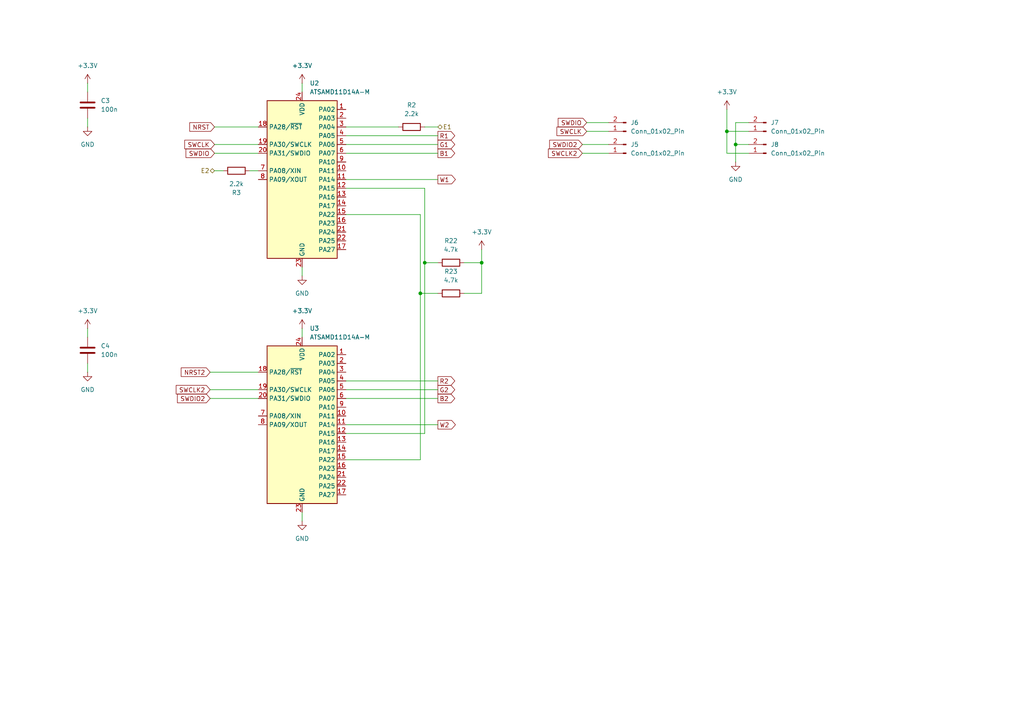
<source format=kicad_sch>
(kicad_sch (version 20231120) (generator "eeschema") (generator_version "8.0")
  (paper "A4")
  (lib_symbols
    (symbol "Connector:Conn_01x02_Pin" (pin_names (offset 1.016) hide)
      (property "Reference" "J" (at 0 2.54 0))
      (property "Value" "Conn_01x02_Pin" (at 0 -5.08 0))
      (symbol "Conn_01x02_Pin_1_1"
        (polyline (pts (xy 1.27 -2.54) (xy 0.8636 -2.54)) (stroke (width 0.1524)))
        (polyline (pts (xy 1.27 0) (xy 0.8636 0)) (stroke (width 0.1524)))
        (rectangle (start 0.8636 -2.413) (end 0 -2.667) (stroke (width 0.1524)) (fill (type outline)))
        (rectangle (start 0.8636 0.127) (end 0 -0.127) (stroke (width 0.1524)) (fill (type outline)))
        (pin passive line (at 5.08 0 180) (length 3.81) (name "Pin_1") (number "1"))
        (pin passive line (at 5.08 -2.54 180) (length 3.81) (name "Pin_2") (number "2"))
      )
    )
    (symbol "Device:C" (pin_numbers hide) (pin_names (offset 0.254))
      (property "Reference" "C" (at 0.635 2.54 0))
      (property "Value" "C" (at 0.635 -2.54 0))
      (symbol "C_0_1"
        (polyline (pts (xy -2.032 -0.762) (xy 2.032 -0.762)) (stroke (width 0.508)))
        (polyline (pts (xy -2.032 0.762) (xy 2.032 0.762)) (stroke (width 0.508)))
      )
      (symbol "C_1_1"
        (pin passive line (at 0 3.81 270) (length 2.794) (name "~") (number "1"))
        (pin passive line (at 0 -3.81 90) (length 2.794) (name "~") (number "2"))
      )
    )
    (symbol "Device:R" (pin_numbers hide) (pin_names (offset 0))
      (property "Reference" "R" (at 2.032 0 90))
      (property "Value" "R" (at 0 0 90))
      (symbol "R_0_1"
        (rectangle (start -1.016 -2.54) (end 1.016 2.54) (stroke (width 0.254)))
      )
      (symbol "R_1_1"
        (pin passive line (at 0 3.81 270) (length 1.27) (name "~") (number "1"))
        (pin passive line (at 0 -3.81 90) (length 1.27) (name "~") (number "2"))
      )
    )
    (symbol "MCU_Microchip_SAMD:ATSAMD11D14A-M"
      (property "Reference" "U" (at -10.16 24.13 0))
      (property "Value" "ATSAMD11D14A-M" (at 1.27 24.13 0))
      (symbol "ATSAMD11D14A-M_0_1"
        (rectangle (start -10.16 22.86) (end 10.16 -22.86) (stroke (width 0.254)) (fill (type background)))
      )
      (symbol "ATSAMD11D14A-M_1_1"
        (pin bidirectional line (at 12.7 20.32 180) (length 2.54) (name "PA02") (number "1"))
        (pin bidirectional line (at 12.7 2.54 180) (length 2.54) (name "PA11") (number "10"))
        (pin bidirectional line (at 12.7 0 180) (length 2.54) (name "PA14") (number "11"))
        (pin bidirectional line (at 12.7 -2.54 180) (length 2.54) (name "PA15") (number "12"))
        (pin bidirectional line (at 12.7 -5.08 180) (length 2.54) (name "PA16") (number "13"))
        (pin bidirectional line (at 12.7 -7.62 180) (length 2.54) (name "PA17") (number "14"))
        (pin bidirectional line (at 12.7 -10.16 180) (length 2.54) (name "PA22") (number "15"))
        (pin bidirectional line (at 12.7 -12.7 180) (length 2.54) (name "PA23") (number "16"))
        (pin bidirectional line (at 12.7 -20.32 180) (length 2.54) (name "PA27") (number "17"))
        (pin bidirectional line (at -12.7 15.24 0) (length 2.54) (name "PA28/~{RST}") (number "18"))
        (pin bidirectional line (at -12.7 10.16 0) (length 2.54) (name "PA30/SWCLK") (number "19"))
        (pin bidirectional line (at 12.7 17.78 180) (length 2.54) (name "PA03") (number "2"))
        (pin bidirectional line (at -12.7 7.62 0) (length 2.54) (name "PA31/SWDIO") (number "20"))
        (pin bidirectional line (at 12.7 -15.24 180) (length 2.54) (name "PA24") (number "21"))
        (pin bidirectional line (at 12.7 -17.78 180) (length 2.54) (name "PA25") (number "22"))
        (pin power_in line (at 0 -25.4 90) (length 2.54) (name "GND") (number "23"))
        (pin power_in line (at 0 25.4 270) (length 2.54) (name "VDD") (number "24"))
        (pin bidirectional line (at 12.7 15.24 180) (length 2.54) (name "PA04") (number "3"))
        (pin bidirectional line (at 12.7 12.7 180) (length 2.54) (name "PA05") (number "4"))
        (pin bidirectional line (at 12.7 10.16 180) (length 2.54) (name "PA06") (number "5"))
        (pin bidirectional line (at 12.7 7.62 180) (length 2.54) (name "PA07") (number "6"))
        (pin bidirectional line (at -12.7 2.54 0) (length 2.54) (name "PA08/XIN") (number "7"))
        (pin bidirectional line (at -12.7 0 0) (length 2.54) (name "PA09/XOUT") (number "8"))
        (pin bidirectional line (at 12.7 5.08 180) (length 2.54) (name "PA10") (number "9"))
      )
    )
    (symbol "power:+3.3V" (power) (pin_numbers hide) (pin_names (offset 0) hide)
      (property "Value" "+3.3V" (at 0 3.556 0))
      (symbol "+3.3V_0_1"
        (polyline (pts (xy -0.762 1.27) (xy 0 2.54)))
        (polyline (pts (xy 0 0) (xy 0 2.54)))
        (polyline (pts (xy 0 2.54) (xy 0.762 1.27)))
      )
      (symbol "+3.3V_1_1"
        (pin power_in line (at 0 0 90) (length 0) (name "~") (number "1"))
      )
    )
    (symbol "power:GND" (power) (pin_numbers hide) (pin_names (offset 0) hide)
      (property "Value" "GND" (at 0 -3.81 0))
      (symbol "GND_0_1"
        (polyline (pts (xy 0 0) (xy 0 -1.27) (xy 1.27 -1.27) (xy 0 -2.54) (xy -1.27 -1.27) (xy 0 -1.27)))
      )
      (symbol "GND_1_1"
        (pin power_in line (at 0 0 270) (length 0) (name "~") (number "1"))
      )
    )
  )
  (junction (at 139.7 76.2))
  (junction (at 121.92 85.09))
  (junction (at 210.82 38.1))
  (junction (at 123.19 76.2))
  (junction (at 213.36 41.91))
  (wire (pts (xy 100.33 62.23) (xy 121.92 62.23)))
  (wire (pts (xy 210.82 38.1) (xy 210.82 44.45)))
  (wire (pts (xy 62.23 44.45) (xy 74.93 44.45)))
  (wire (pts (xy 217.17 35.56) (xy 213.36 35.56)))
  (wire (pts (xy 87.63 148.59) (xy 87.63 151.13)))
  (wire (pts (xy 60.96 107.95) (xy 74.93 107.95)))
  (wire (pts (xy 25.4 24.13) (xy 25.4 26.67)))
  (wire (pts (xy 139.7 76.2) (xy 139.7 72.39)))
  (wire (pts (xy 134.62 76.2) (xy 139.7 76.2)))
  (wire (pts (xy 134.62 85.09) (xy 139.7 85.09)))
  (wire (pts (xy 210.82 38.1) (xy 217.17 38.1)))
  (wire (pts (xy 62.23 36.83) (xy 74.93 36.83)))
  (wire (pts (xy 213.36 41.91) (xy 217.17 41.91)))
  (wire (pts (xy 121.92 133.35) (xy 100.33 133.35)))
  (wire (pts (xy 100.33 41.91) (xy 127 41.91)))
  (wire (pts (xy 72.39 49.53) (xy 74.93 49.53)))
  (wire (pts (xy 87.63 97.79) (xy 87.63 95.25)))
  (wire (pts (xy 123.19 54.61) (xy 123.19 76.2)))
  (wire (pts (xy 121.92 62.23) (xy 121.92 85.09)))
  (wire (pts (xy 210.82 44.45) (xy 217.17 44.45)))
  (wire (pts (xy 123.19 36.83) (xy 127 36.83)))
  (wire (pts (xy 100.33 44.45) (xy 127 44.45)))
  (wire (pts (xy 100.33 36.83) (xy 115.57 36.83)))
  (wire (pts (xy 87.63 77.47) (xy 87.63 80.01)))
  (wire (pts (xy 168.91 41.91) (xy 176.53 41.91)))
  (wire (pts (xy 170.18 35.56) (xy 176.53 35.56)))
  (wire (pts (xy 64.77 49.53) (xy 62.23 49.53)))
  (wire (pts (xy 121.92 85.09) (xy 121.92 133.35)))
  (wire (pts (xy 100.33 115.57) (xy 127 115.57)))
  (wire (pts (xy 100.33 110.49) (xy 127 110.49)))
  (wire (pts (xy 123.19 125.73) (xy 100.33 125.73)))
  (wire (pts (xy 121.92 85.09) (xy 127 85.09)))
  (wire (pts (xy 25.4 34.29) (xy 25.4 36.83)))
  (wire (pts (xy 210.82 31.75) (xy 210.82 38.1)))
  (wire (pts (xy 62.23 41.91) (xy 74.93 41.91)))
  (wire (pts (xy 100.33 54.61) (xy 123.19 54.61)))
  (wire (pts (xy 100.33 123.19) (xy 127 123.19)))
  (wire (pts (xy 139.7 85.09) (xy 139.7 76.2)))
  (wire (pts (xy 213.36 35.56) (xy 213.36 41.91)))
  (wire (pts (xy 60.96 113.03) (xy 74.93 113.03)))
  (wire (pts (xy 213.36 41.91) (xy 213.36 46.99)))
  (wire (pts (xy 168.91 44.45) (xy 176.53 44.45)))
  (wire (pts (xy 60.96 115.57) (xy 74.93 115.57)))
  (wire (pts (xy 123.19 76.2) (xy 127 76.2)))
  (wire (pts (xy 87.63 26.67) (xy 87.63 24.13)))
  (wire (pts (xy 100.33 39.37) (xy 127 39.37)))
  (wire (pts (xy 100.33 52.07) (xy 127 52.07)))
  (wire (pts (xy 123.19 76.2) (xy 123.19 125.73)))
  (wire (pts (xy 170.18 38.1) (xy 176.53 38.1)))
  (wire (pts (xy 25.4 105.41) (xy 25.4 107.95)))
  (wire (pts (xy 100.33 113.03) (xy 127 113.03)))
  (wire (pts (xy 25.4 95.25) (xy 25.4 97.79)))
  (global_label "SWCLK2" (shape input) (at 60.96 113.03 180) (property "Intersheetrefs" "${INTERSHEET_REFS}" (effects (hide yes))))
  (global_label "R1" (shape output) (at 127 39.37 0) (property "Intersheetrefs" "${INTERSHEET_REFS}" (effects (hide yes))))
  (global_label "B2" (shape output) (at 127 115.57 0) (property "Intersheetrefs" "${INTERSHEET_REFS}" (effects (hide yes))))
  (global_label "NRST2" (shape input) (at 60.96 107.95 180) (property "Intersheetrefs" "${INTERSHEET_REFS}" (effects (hide yes))))
  (global_label "NRST" (shape input) (at 62.23 36.83 180) (property "Intersheetrefs" "${INTERSHEET_REFS}" (effects (hide yes))))
  (global_label "B1" (shape output) (at 127 44.45 0) (property "Intersheetrefs" "${INTERSHEET_REFS}" (effects (hide yes))))
  (global_label "W1" (shape output) (at 127 52.07 0) (property "Intersheetrefs" "${INTERSHEET_REFS}" (effects (hide yes))))
  (global_label "R2" (shape output) (at 127 110.49 0) (property "Intersheetrefs" "${INTERSHEET_REFS}" (effects (hide yes))))
  (global_label "SWCLK" (shape input) (at 170.18 38.1 180) (property "Intersheetrefs" "${INTERSHEET_REFS}" (effects (hide yes))))
  (global_label "W2" (shape output) (at 127 123.19 0) (property "Intersheetrefs" "${INTERSHEET_REFS}" (effects (hide yes))))
  (global_label "SWDIO" (shape input) (at 62.23 44.45 180) (property "Intersheetrefs" "${INTERSHEET_REFS}" (effects (hide yes))))
  (global_label "SWDIO2" (shape input) (at 60.96 115.57 180) (property "Intersheetrefs" "${INTERSHEET_REFS}" (effects (hide yes))))
  (global_label "SWCLK" (shape input) (at 62.23 41.91 180) (property "Intersheetrefs" "${INTERSHEET_REFS}" (effects (hide yes))))
  (global_label "SWDIO2" (shape input) (at 168.91 41.91 180) (property "Intersheetrefs" "${INTERSHEET_REFS}" (effects (hide yes))))
  (global_label "SWDIO" (shape input) (at 170.18 35.56 180) (property "Intersheetrefs" "${INTERSHEET_REFS}" (effects (hide yes))))
  (global_label "G2" (shape output) (at 127 113.03 0) (property "Intersheetrefs" "${INTERSHEET_REFS}" (effects (hide yes))))
  (global_label "SWCLK2" (shape input) (at 168.91 44.45 180) (property "Intersheetrefs" "${INTERSHEET_REFS}" (effects (hide yes))))
  (global_label "G1" (shape output) (at 127 41.91 0) (property "Intersheetrefs" "${INTERSHEET_REFS}" (effects (hide yes))))
  (hierarchical_label "E2" (shape bidirectional) (at 62.23 49.53 180))
  (hierarchical_label "E1" (shape bidirectional) (at 127 36.83 0))
  (symbol (lib_id "power:+3.3V") (at 87.63 24.13 0) (unit 1)
    (property "Reference" "#PWR09" (effects (hide yes)))
    (property "Value" "+3.3V" (at 87.63 19.05 0))
    (property "Description" "Power symbol creates a global label with name \"+3.3V\"" (effects (hide yes)))
  )
  (symbol (lib_id "Device:C") (at 25.4 30.48 0) (unit 1)
    (property "Reference" "C3" (at 29.21 29.2099 0) (effects (justify left)))
    (property "Value" "100n" (at 29.21 31.7499 0) (effects (justify left)))
    (property "Footprint" "Capacitor_SMD:C_0805_2012Metric" (effects (hide yes)))
    (property "Description" "Unpolarized capacitor" (effects (hide yes)))
  )
  (symbol (lib_id "power:+3.3V") (at 87.63 95.25 0) (unit 1)
    (property "Reference" "#PWR017" (effects (hide yes)))
    (property "Value" "+3.3V" (at 87.63 90.17 0))
    (property "Description" "Power symbol creates a global label with name \"+3.3V\"" (effects (hide yes)))
  )
  (symbol (lib_id "Device:R") (at 130.81 76.2 90) (unit 1)
    (property "Reference" "R22" (at 130.81 69.85 90))
    (property "Value" "4.7k" (at 130.81 72.39 90))
    (property "Footprint" "Resistor_SMD:R_0805_2012Metric" (effects (hide yes)))
    (property "Description" "Resistor" (effects (hide yes)))
  )
  (symbol (lib_id "Device:C") (at 25.4 101.6 0) (unit 1)
    (property "Reference" "C4" (at 29.21 100.3299 0) (effects (justify left)))
    (property "Value" "100n" (at 29.21 102.8699 0) (effects (justify left)))
    (property "Footprint" "Capacitor_SMD:C_0805_2012Metric" (effects (hide yes)))
    (property "Description" "Unpolarized capacitor" (effects (hide yes)))
  )
  (symbol (lib_id "power:GND") (at 25.4 107.95 0) (unit 1)
    (property "Reference" "#PWR018" (effects (hide yes)))
    (property "Value" "GND" (at 25.4 113.03 0))
    (property "Description" "Power symbol creates a global label with name \"GND\" , ground" (effects (hide yes)))
  )
  (symbol (lib_id "Connector:Conn_01x02_Pin") (at 222.25 44.45 180) (unit 1)
    (property "Reference" "J8" (at 223.52 41.9099 0) (effects (justify right)))
    (property "Value" "Conn_01x02_Pin" (at 223.52 44.4499 0) (effects (justify right)))
    (property "Footprint" "Connector_PinHeader_2.54mm:PinHeader_1x02_P2.54mm_Vertical" (effects (hide yes)))
    (property "Description" "Generic connector, single row, 01x02, script generated" (effects (hide yes)))
  )
  (symbol (lib_id "Connector:Conn_01x02_Pin") (at 222.25 38.1 180) (unit 1)
    (property "Reference" "J7" (at 223.52 35.5599 0) (effects (justify right)))
    (property "Value" "Conn_01x02_Pin" (at 223.52 38.0999 0) (effects (justify right)))
    (property "Footprint" "Connector_PinHeader_2.54mm:PinHeader_1x02_P2.54mm_Vertical" (effects (hide yes)))
    (property "Description" "Generic connector, single row, 01x02, script generated" (effects (hide yes)))
  )
  (symbol (lib_id "power:+3.3V") (at 210.82 31.75 0) (unit 1)
    (property "Reference" "#PWR010" (effects (hide yes)))
    (property "Value" "+3.3V" (at 210.82 26.67 0))
    (property "Description" "Power symbol creates a global label with name \"+3.3V\"" (effects (hide yes)))
  )
  (symbol (lib_id "Device:R") (at 119.38 36.83 90) (unit 1)
    (property "Reference" "R2" (at 119.38 30.48 90))
    (property "Value" "2.2k" (at 119.38 33.02 90))
    (property "Footprint" "Resistor_SMD:R_0805_2012Metric" (effects (hide yes)))
    (property "Description" "Resistor" (effects (hide yes)))
  )
  (symbol (lib_id "power:GND") (at 87.63 151.13 0) (unit 1)
    (property "Reference" "#PWR019" (effects (hide yes)))
    (property "Value" "GND" (at 87.63 156.21 0))
    (property "Description" "Power symbol creates a global label with name \"GND\" , ground" (effects (hide yes)))
  )
  (symbol (lib_id "power:GND") (at 25.4 36.83 0) (unit 1)
    (property "Reference" "#PWR011" (effects (hide yes)))
    (property "Value" "GND" (at 25.4 41.91 0))
    (property "Description" "Power symbol creates a global label with name \"GND\" , ground" (effects (hide yes)))
  )
  (symbol (lib_id "power:+3.3V") (at 25.4 24.13 0) (unit 1)
    (property "Reference" "#PWR08" (effects (hide yes)))
    (property "Value" "+3.3V" (at 25.4 19.05 0))
    (property "Description" "Power symbol creates a global label with name \"+3.3V\"" (effects (hide yes)))
  )
  (symbol (lib_id "MCU_Microchip_SAMD:ATSAMD11D14A-M") (at 87.63 123.19 0) (unit 1)
    (property "Reference" "U3" (at 89.8241 95.25 0) (effects (justify left)))
    (property "Value" "ATSAMD11D14A-M" (at 89.8241 97.79 0) (effects (justify left)))
    (property "Footprint" "Package_DFN_QFN:QFN-24-1EP_4x4mm_P0.5mm_EP2.6x2.6mm" (effects (hide yes)))
    (property "Datasheet" "http://ww1.microchip.com/downloads/en/DeviceDoc/Atmel-42363-SAM-D11_Datasheet.pdf" (effects (hide yes)))
    (property "Description" "ARM Cortex-M0+ MCU, 48MHz, 16KB Flash, 4KB RAM, 1.6-3.6V, 22 GPIO, QFN-24" (effects (hide yes)))
  )
  (symbol (lib_id "power:GND") (at 87.63 80.01 0) (unit 1)
    (property "Reference" "#PWR015" (effects (hide yes)))
    (property "Value" "GND" (at 87.63 85.09 0))
    (property "Description" "Power symbol creates a global label with name \"GND\" , ground" (effects (hide yes)))
  )
  (symbol (lib_id "Device:R") (at 130.81 85.09 90) (unit 1)
    (property "Reference" "R23" (at 130.81 78.74 90))
    (property "Value" "4.7k" (at 130.81 81.28 90))
    (property "Footprint" "Resistor_SMD:R_0805_2012Metric" (effects (hide yes)))
    (property "Description" "Resistor" (effects (hide yes)))
  )
  (symbol (lib_id "power:+3.3V") (at 139.7 72.39 0) (unit 1)
    (property "Reference" "#PWR012" (effects (hide yes)))
    (property "Value" "+3.3V" (at 139.7 67.31 0))
    (property "Description" "Power symbol creates a global label with name \"+3.3V\"" (effects (hide yes)))
  )
  (symbol (lib_id "power:+3.3V") (at 25.4 95.25 0) (unit 1)
    (property "Reference" "#PWR016" (effects (hide yes)))
    (property "Value" "+3.3V" (at 25.4 90.17 0))
    (property "Description" "Power symbol creates a global label with name \"+3.3V\"" (effects (hide yes)))
  )
  (symbol (lib_id "Device:R") (at 68.58 49.53 270) (unit 1)
    (property "Reference" "R3" (at 68.58 55.88 90))
    (property "Value" "2.2k" (at 68.58 53.34 90))
    (property "Footprint" "Resistor_SMD:R_0805_2012Metric" (effects (hide yes)))
    (property "Description" "Resistor" (effects (hide yes)))
  )
  (symbol (lib_id "Connector:Conn_01x02_Pin") (at 181.61 44.45 180) (unit 1)
    (property "Reference" "J5" (at 182.88 41.9099 0) (effects (justify right)))
    (property "Value" "Conn_01x02_Pin" (at 182.88 44.4499 0) (effects (justify right)))
    (property "Footprint" "Connector_PinHeader_2.54mm:PinHeader_1x02_P2.54mm_Vertical" (effects (hide yes)))
    (property "Description" "Generic connector, single row, 01x02, script generated" (effects (hide yes)))
  )
  (symbol (lib_id "power:GND") (at 213.36 46.99 0) (unit 1)
    (property "Reference" "#PWR030" (effects (hide yes)))
    (property "Value" "GND" (at 213.36 52.07 0))
    (property "Description" "Power symbol creates a global label with name \"GND\" , ground" (effects (hide yes)))
  )
  (symbol (lib_id "MCU_Microchip_SAMD:ATSAMD11D14A-M") (at 87.63 52.07 0) (unit 1)
    (property "Reference" "U2" (at 89.8241 24.13 0) (effects (justify left)))
    (property "Value" "ATSAMD11D14A-M" (at 89.8241 26.67 0) (effects (justify left)))
    (property "Footprint" "Package_DFN_QFN:QFN-24-1EP_4x4mm_P0.5mm_EP2.6x2.6mm" (effects (hide yes)))
    (property "Datasheet" "http://ww1.microchip.com/downloads/en/DeviceDoc/Atmel-42363-SAM-D11_Datasheet.pdf" (effects (hide yes)))
    (property "Description" "ARM Cortex-M0+ MCU, 48MHz, 16KB Flash, 4KB RAM, 1.6-3.6V, 22 GPIO, QFN-24" (effects (hide yes)))
  )
  (symbol (lib_id "Connector:Conn_01x02_Pin") (at 181.61 38.1 180) (unit 1)
    (property "Reference" "J6" (at 182.88 35.5599 0) (effects (justify right)))
    (property "Value" "Conn_01x02_Pin" (at 182.88 38.0999 0) (effects (justify right)))
    (property "Footprint" "Connector_PinHeader_2.54mm:PinHeader_1x02_P2.54mm_Vertical" (effects (hide yes)))
    (property "Description" "Generic connector, single row, 01x02, script generated" (effects (hide yes)))
  )
)
</source>
